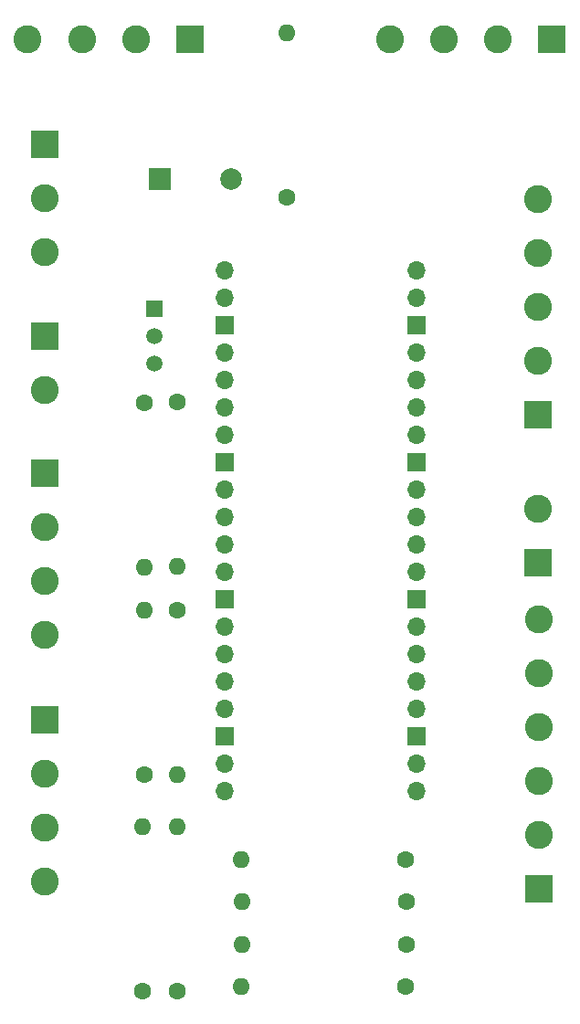
<source format=gbr>
%TF.GenerationSoftware,KiCad,Pcbnew,(7.0.0)*%
%TF.CreationDate,2023-04-02T16:17:38+02:00*%
%TF.ProjectId,W5100S-EVB-Pico-Breakout,57353130-3053-42d4-9556-422d5069636f,rev?*%
%TF.SameCoordinates,Original*%
%TF.FileFunction,Soldermask,Top*%
%TF.FilePolarity,Negative*%
%FSLAX46Y46*%
G04 Gerber Fmt 4.6, Leading zero omitted, Abs format (unit mm)*
G04 Created by KiCad (PCBNEW (7.0.0)) date 2023-04-02 16:17:38*
%MOMM*%
%LPD*%
G01*
G04 APERTURE LIST*
%ADD10C,1.600000*%
%ADD11O,1.600000X1.600000*%
%ADD12R,2.600000X2.600000*%
%ADD13C,2.600000*%
%ADD14O,1.700000X1.700000*%
%ADD15R,1.700000X1.700000*%
%ADD16R,2.000000X2.000000*%
%ADD17C,2.000000*%
%ADD18R,1.500000X1.500000*%
%ADD19C,1.500000*%
G04 APERTURE END LIST*
D10*
%TO.C,R2*%
X98106500Y-77318900D03*
D11*
X98106499Y-92558899D03*
%TD*%
D12*
%TO.C,Reedswitch_3_en_1*%
X135915599Y-43625499D03*
D13*
X130915600Y-43625500D03*
X125915600Y-43625500D03*
X120915600Y-43625500D03*
%TD*%
D10*
%TO.C,R5*%
X98106500Y-111836600D03*
D11*
X98106499Y-96596599D03*
%TD*%
D14*
%TO.C,U1*%
X105611099Y-65058899D03*
X105611099Y-67598899D03*
D15*
X105611099Y-70138899D03*
D14*
X105611099Y-72678899D03*
X105611099Y-75218899D03*
X105611099Y-77758899D03*
X105611099Y-80298899D03*
D15*
X105611099Y-82838899D03*
D14*
X105611099Y-85378899D03*
X105611099Y-87918899D03*
X105611099Y-90458899D03*
X105611099Y-92998899D03*
D15*
X105611099Y-95538899D03*
D14*
X105611099Y-98078899D03*
X105611099Y-100618899D03*
X105611099Y-103158899D03*
X105611099Y-105698899D03*
D15*
X105611099Y-108238899D03*
D14*
X105611099Y-110778899D03*
X105611099Y-113318899D03*
X123391099Y-113318899D03*
X123391099Y-110778899D03*
D15*
X123391099Y-108238899D03*
D14*
X123391099Y-105698899D03*
X123391099Y-103158899D03*
X123391099Y-100618899D03*
X123391099Y-98078899D03*
D15*
X123391099Y-95538899D03*
D14*
X123391099Y-92998899D03*
X123391099Y-90458899D03*
X123391099Y-87918899D03*
X123391099Y-85378899D03*
D15*
X123391099Y-82838899D03*
D14*
X123391099Y-80298899D03*
X123391099Y-77758899D03*
X123391099Y-75218899D03*
X123391099Y-72678899D03*
D15*
X123391099Y-70138899D03*
D14*
X123391099Y-67598899D03*
X123391099Y-65058899D03*
%TD*%
D10*
%TO.C,R9*%
X97967200Y-131848400D03*
D11*
X97967199Y-116608399D03*
%TD*%
D10*
%TO.C,R3*%
X101166300Y-77260600D03*
D11*
X101166299Y-92500599D03*
%TD*%
D16*
%TO.C,BZ1*%
X99584599Y-56585489D03*
D17*
X106184600Y-56585490D03*
%TD*%
D12*
%TO.C,Led4*%
X134642699Y-92165199D03*
D13*
X134642700Y-87165200D03*
%TD*%
D18*
%TO.C,Q1*%
X99059999Y-68579999D03*
D19*
X99060000Y-71120000D03*
X99060000Y-73660000D03*
%TD*%
D12*
%TO.C,PIR1*%
X88899999Y-83819999D03*
D13*
X88900000Y-88820000D03*
X88900000Y-93820000D03*
X88900000Y-98820000D03*
%TD*%
D12*
%TO.C,NPM_Sensor1*%
X88899999Y-53339999D03*
D13*
X88900000Y-58340000D03*
X88900000Y-63340000D03*
%TD*%
D10*
%TO.C,R1*%
X101166300Y-96596600D03*
D11*
X101166299Y-111836599D03*
%TD*%
D10*
%TO.C,R4*%
X111349100Y-58311200D03*
D11*
X111349099Y-43071199D03*
%TD*%
D12*
%TO.C,Temperatuur_BME1*%
X88899999Y-106679999D03*
D13*
X88900000Y-111680000D03*
X88900000Y-116680000D03*
X88900000Y-121680000D03*
%TD*%
D10*
%TO.C,R10*%
X101166300Y-131848400D03*
D11*
X101166299Y-116608399D03*
%TD*%
D10*
%TO.C,R6*%
X122364800Y-131466300D03*
D11*
X107124799Y-131466299D03*
%TD*%
D12*
%TO.C,12V_voeding_in1*%
X88899999Y-71119999D03*
D13*
X88900000Y-76120000D03*
%TD*%
D12*
%TO.C,J1*%
X134658599Y-122396699D03*
D13*
X134658600Y-117396700D03*
X134658600Y-112396700D03*
X134658600Y-107396700D03*
X134658600Y-102396700D03*
X134658600Y-97396700D03*
%TD*%
D12*
%TO.C,NFC_Reader1*%
X134619999Y-78419999D03*
D13*
X134620000Y-73420000D03*
X134620000Y-68420000D03*
X134620000Y-63420000D03*
X134620000Y-58420000D03*
%TD*%
D10*
%TO.C,R11*%
X122364800Y-119693700D03*
D11*
X107124799Y-119693699D03*
%TD*%
D10*
%TO.C,R8*%
X122430200Y-123552500D03*
D11*
X107190199Y-123552499D03*
%TD*%
D10*
%TO.C,R7*%
X122430200Y-127542100D03*
D11*
X107190199Y-127542099D03*
%TD*%
D12*
%TO.C,Reedswitch_1_en_1*%
X102323899Y-43625499D03*
D13*
X97323900Y-43625500D03*
X92323900Y-43625500D03*
X87323900Y-43625500D03*
%TD*%
M02*

</source>
